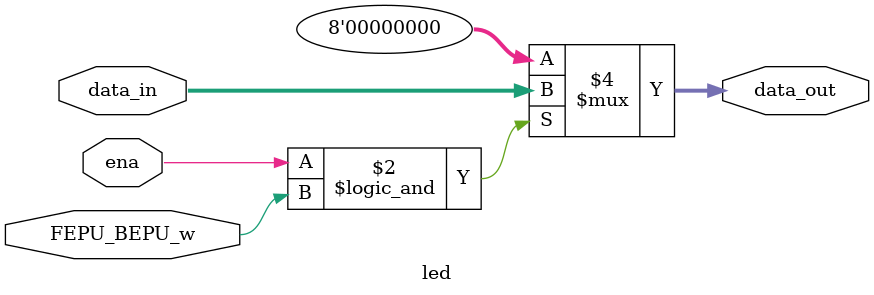
<source format=v>
`timescale 1ns / 1ps
module led(
		input ena,
		input FEPU_BEPU_w,
		input [7:0] data_in,
		output reg [7:0] data_out
    );

always @(*) begin
	if(ena && FEPU_BEPU_w) begin
		data_out = data_in;
	end else begin
		data_out = 8'b0;
	end
	
end

endmodule

</source>
